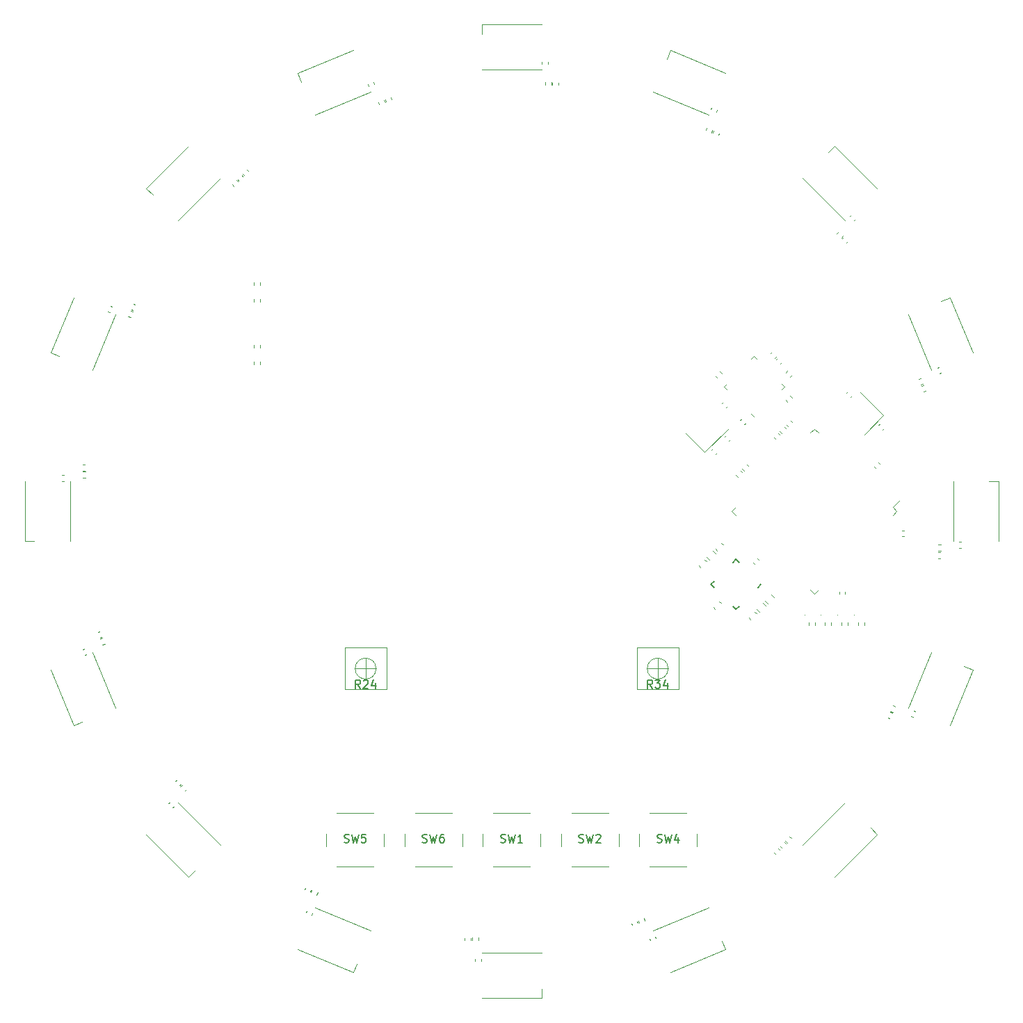
<source format=gbr>
%TF.GenerationSoftware,KiCad,Pcbnew,(6.0.5)*%
%TF.CreationDate,2023-02-26T15:47:36+09:00*%
%TF.ProjectId,mainboard,6d61696e-626f-4617-9264-2e6b69636164,rev?*%
%TF.SameCoordinates,Original*%
%TF.FileFunction,Legend,Top*%
%TF.FilePolarity,Positive*%
%FSLAX46Y46*%
G04 Gerber Fmt 4.6, Leading zero omitted, Abs format (unit mm)*
G04 Created by KiCad (PCBNEW (6.0.5)) date 2023-02-26 15:47:36*
%MOMM*%
%LPD*%
G01*
G04 APERTURE LIST*
%ADD10C,0.150000*%
%ADD11C,0.120000*%
%ADD12C,0.100000*%
G04 APERTURE END LIST*
D10*
%TO.C,R24*%
X133977142Y-123134380D02*
X133643809Y-122658190D01*
X133405714Y-123134380D02*
X133405714Y-122134380D01*
X133786666Y-122134380D01*
X133881904Y-122182000D01*
X133929523Y-122229619D01*
X133977142Y-122324857D01*
X133977142Y-122467714D01*
X133929523Y-122562952D01*
X133881904Y-122610571D01*
X133786666Y-122658190D01*
X133405714Y-122658190D01*
X134358095Y-122229619D02*
X134405714Y-122182000D01*
X134500952Y-122134380D01*
X134739047Y-122134380D01*
X134834285Y-122182000D01*
X134881904Y-122229619D01*
X134929523Y-122324857D01*
X134929523Y-122420095D01*
X134881904Y-122562952D01*
X134310476Y-123134380D01*
X134929523Y-123134380D01*
X135786666Y-122467714D02*
X135786666Y-123134380D01*
X135548571Y-122086761D02*
X135310476Y-122801047D01*
X135929523Y-122801047D01*
%TO.C,SW6*%
X141541666Y-141882761D02*
X141684523Y-141930380D01*
X141922619Y-141930380D01*
X142017857Y-141882761D01*
X142065476Y-141835142D01*
X142113095Y-141739904D01*
X142113095Y-141644666D01*
X142065476Y-141549428D01*
X142017857Y-141501809D01*
X141922619Y-141454190D01*
X141732142Y-141406571D01*
X141636904Y-141358952D01*
X141589285Y-141311333D01*
X141541666Y-141216095D01*
X141541666Y-141120857D01*
X141589285Y-141025619D01*
X141636904Y-140978000D01*
X141732142Y-140930380D01*
X141970238Y-140930380D01*
X142113095Y-140978000D01*
X142446428Y-140930380D02*
X142684523Y-141930380D01*
X142875000Y-141216095D01*
X143065476Y-141930380D01*
X143303571Y-140930380D01*
X144113095Y-140930380D02*
X143922619Y-140930380D01*
X143827380Y-140978000D01*
X143779761Y-141025619D01*
X143684523Y-141168476D01*
X143636904Y-141358952D01*
X143636904Y-141739904D01*
X143684523Y-141835142D01*
X143732142Y-141882761D01*
X143827380Y-141930380D01*
X144017857Y-141930380D01*
X144113095Y-141882761D01*
X144160714Y-141835142D01*
X144208333Y-141739904D01*
X144208333Y-141501809D01*
X144160714Y-141406571D01*
X144113095Y-141358952D01*
X144017857Y-141311333D01*
X143827380Y-141311333D01*
X143732142Y-141358952D01*
X143684523Y-141406571D01*
X143636904Y-141501809D01*
%TO.C,SW2*%
X160591666Y-141882761D02*
X160734523Y-141930380D01*
X160972619Y-141930380D01*
X161067857Y-141882761D01*
X161115476Y-141835142D01*
X161163095Y-141739904D01*
X161163095Y-141644666D01*
X161115476Y-141549428D01*
X161067857Y-141501809D01*
X160972619Y-141454190D01*
X160782142Y-141406571D01*
X160686904Y-141358952D01*
X160639285Y-141311333D01*
X160591666Y-141216095D01*
X160591666Y-141120857D01*
X160639285Y-141025619D01*
X160686904Y-140978000D01*
X160782142Y-140930380D01*
X161020238Y-140930380D01*
X161163095Y-140978000D01*
X161496428Y-140930380D02*
X161734523Y-141930380D01*
X161925000Y-141216095D01*
X162115476Y-141930380D01*
X162353571Y-140930380D01*
X162686904Y-141025619D02*
X162734523Y-140978000D01*
X162829761Y-140930380D01*
X163067857Y-140930380D01*
X163163095Y-140978000D01*
X163210714Y-141025619D01*
X163258333Y-141120857D01*
X163258333Y-141216095D01*
X163210714Y-141358952D01*
X162639285Y-141930380D01*
X163258333Y-141930380D01*
%TO.C,SW4*%
X170116666Y-141882761D02*
X170259523Y-141930380D01*
X170497619Y-141930380D01*
X170592857Y-141882761D01*
X170640476Y-141835142D01*
X170688095Y-141739904D01*
X170688095Y-141644666D01*
X170640476Y-141549428D01*
X170592857Y-141501809D01*
X170497619Y-141454190D01*
X170307142Y-141406571D01*
X170211904Y-141358952D01*
X170164285Y-141311333D01*
X170116666Y-141216095D01*
X170116666Y-141120857D01*
X170164285Y-141025619D01*
X170211904Y-140978000D01*
X170307142Y-140930380D01*
X170545238Y-140930380D01*
X170688095Y-140978000D01*
X171021428Y-140930380D02*
X171259523Y-141930380D01*
X171450000Y-141216095D01*
X171640476Y-141930380D01*
X171878571Y-140930380D01*
X172688095Y-141263714D02*
X172688095Y-141930380D01*
X172450000Y-140882761D02*
X172211904Y-141597047D01*
X172830952Y-141597047D01*
%TO.C,R34*%
X169537142Y-123134380D02*
X169203809Y-122658190D01*
X168965714Y-123134380D02*
X168965714Y-122134380D01*
X169346666Y-122134380D01*
X169441904Y-122182000D01*
X169489523Y-122229619D01*
X169537142Y-122324857D01*
X169537142Y-122467714D01*
X169489523Y-122562952D01*
X169441904Y-122610571D01*
X169346666Y-122658190D01*
X168965714Y-122658190D01*
X169870476Y-122134380D02*
X170489523Y-122134380D01*
X170156190Y-122515333D01*
X170299047Y-122515333D01*
X170394285Y-122562952D01*
X170441904Y-122610571D01*
X170489523Y-122705809D01*
X170489523Y-122943904D01*
X170441904Y-123039142D01*
X170394285Y-123086761D01*
X170299047Y-123134380D01*
X170013333Y-123134380D01*
X169918095Y-123086761D01*
X169870476Y-123039142D01*
X171346666Y-122467714D02*
X171346666Y-123134380D01*
X171108571Y-122086761D02*
X170870476Y-122801047D01*
X171489523Y-122801047D01*
%TO.C,SW5*%
X132016666Y-141882761D02*
X132159523Y-141930380D01*
X132397619Y-141930380D01*
X132492857Y-141882761D01*
X132540476Y-141835142D01*
X132588095Y-141739904D01*
X132588095Y-141644666D01*
X132540476Y-141549428D01*
X132492857Y-141501809D01*
X132397619Y-141454190D01*
X132207142Y-141406571D01*
X132111904Y-141358952D01*
X132064285Y-141311333D01*
X132016666Y-141216095D01*
X132016666Y-141120857D01*
X132064285Y-141025619D01*
X132111904Y-140978000D01*
X132207142Y-140930380D01*
X132445238Y-140930380D01*
X132588095Y-140978000D01*
X132921428Y-140930380D02*
X133159523Y-141930380D01*
X133350000Y-141216095D01*
X133540476Y-141930380D01*
X133778571Y-140930380D01*
X134635714Y-140930380D02*
X134159523Y-140930380D01*
X134111904Y-141406571D01*
X134159523Y-141358952D01*
X134254761Y-141311333D01*
X134492857Y-141311333D01*
X134588095Y-141358952D01*
X134635714Y-141406571D01*
X134683333Y-141501809D01*
X134683333Y-141739904D01*
X134635714Y-141835142D01*
X134588095Y-141882761D01*
X134492857Y-141930380D01*
X134254761Y-141930380D01*
X134159523Y-141882761D01*
X134111904Y-141835142D01*
%TO.C,SW1*%
X151066666Y-141882761D02*
X151209523Y-141930380D01*
X151447619Y-141930380D01*
X151542857Y-141882761D01*
X151590476Y-141835142D01*
X151638095Y-141739904D01*
X151638095Y-141644666D01*
X151590476Y-141549428D01*
X151542857Y-141501809D01*
X151447619Y-141454190D01*
X151257142Y-141406571D01*
X151161904Y-141358952D01*
X151114285Y-141311333D01*
X151066666Y-141216095D01*
X151066666Y-141120857D01*
X151114285Y-141025619D01*
X151161904Y-140978000D01*
X151257142Y-140930380D01*
X151495238Y-140930380D01*
X151638095Y-140978000D01*
X151971428Y-140930380D02*
X152209523Y-141930380D01*
X152400000Y-141216095D01*
X152590476Y-141930380D01*
X152828571Y-140930380D01*
X153733333Y-141930380D02*
X153161904Y-141930380D01*
X153447619Y-141930380D02*
X153447619Y-140930380D01*
X153352380Y-141073238D01*
X153257142Y-141168476D01*
X153161904Y-141216095D01*
D11*
%TO.C,C21*%
X157374000Y-49637836D02*
X157374000Y-49422164D01*
X158094000Y-49637836D02*
X158094000Y-49422164D01*
%TO.C,Y2*%
X173568060Y-92068487D02*
X175901513Y-94401940D01*
X175901513Y-94401940D02*
X178729940Y-91573513D01*
%TO.C,R29*%
X121792000Y-81687641D02*
X121792000Y-81380359D01*
X121032000Y-81687641D02*
X121032000Y-81380359D01*
%TO.C,D11*%
X196887623Y-62274256D02*
X191725744Y-57112377D01*
X191725744Y-57112377D02*
X190912571Y-57925549D01*
X192998536Y-66163343D02*
X187836657Y-61001464D01*
D10*
%TO.C,U20*%
X182745559Y-110490000D02*
X182374328Y-110861231D01*
X179705000Y-113530559D02*
X180076231Y-113159328D01*
X179705000Y-107449441D02*
X179333769Y-107820672D01*
X179705000Y-107449441D02*
X180076231Y-107820672D01*
X176664441Y-110490000D02*
X177035672Y-110861231D01*
X179705000Y-113530559D02*
X179333769Y-113159328D01*
X176664441Y-110490000D02*
X177035672Y-110118769D01*
D11*
%TO.C,C26*%
X198503313Y-126080436D02*
X198702568Y-126162970D01*
X198227780Y-126745630D02*
X198427035Y-126828164D01*
%TO.C,D17*%
X211665000Y-105250000D02*
X211665000Y-97950000D01*
X206165000Y-105250000D02*
X206165000Y-97950000D01*
X211665000Y-97950000D02*
X210515000Y-97950000D01*
%TO.C,C20*%
X180209880Y-90511509D02*
X180362383Y-90359006D01*
X180718997Y-91020626D02*
X180871500Y-90868123D01*
%TO.C,C39*%
X100353574Y-118369832D02*
X100154319Y-118452366D01*
X100629107Y-119035026D02*
X100429852Y-119117560D01*
%TO.C,D12*%
X178451894Y-154956926D02*
X178011808Y-153894465D01*
X169602814Y-152669178D02*
X176347135Y-149875589D01*
X171707573Y-157750515D02*
X178451894Y-154956926D01*
%TO.C,C15*%
X102489753Y-116889683D02*
X102290498Y-116972217D01*
X102214220Y-116224489D02*
X102014965Y-116307023D01*
%TO.C,C25*%
X204362164Y-106574000D02*
X204577836Y-106574000D01*
X204362164Y-107294000D02*
X204577836Y-107294000D01*
%TO.C,R19*%
X186236020Y-141184799D02*
X186453301Y-141402080D01*
X185698619Y-141722200D02*
X185915900Y-141939481D01*
%TO.C,U10*%
X185252902Y-86057804D02*
X185588777Y-86393680D01*
X182233556Y-83038458D02*
X181897680Y-82702583D01*
X185588777Y-86393680D02*
X185252902Y-86729556D01*
X178206583Y-86393680D02*
X178542458Y-86057804D01*
X181897680Y-82702583D02*
X181561804Y-83038458D01*
X181561804Y-89748902D02*
X181897680Y-90084777D01*
X178542458Y-86729556D02*
X178206583Y-86393680D01*
%TO.C,C16*%
X100437836Y-96626000D02*
X100222164Y-96626000D01*
X100437836Y-95906000D02*
X100222164Y-95906000D01*
%TO.C,R24*%
X133350000Y-120745000D02*
X135890000Y-120745000D01*
X134620000Y-119475000D02*
X134620000Y-122015000D01*
X134620000Y-120745000D02*
X134620000Y-119475000D01*
X132080000Y-118205000D02*
X137160000Y-118205000D01*
X137160000Y-118205000D02*
X137160000Y-123285000D01*
X137160000Y-123285000D02*
X132080000Y-123285000D01*
X132080000Y-123285000D02*
X132080000Y-118205000D01*
X135890000Y-120745000D02*
G75*
G03*
X135890000Y-120745000I-1270000J0D01*
G01*
%TO.C,C4*%
X186512810Y-90753693D02*
X186360307Y-90601190D01*
X186003693Y-91262810D02*
X185851190Y-91110307D01*
%TO.C,C28*%
X167024489Y-151785780D02*
X167107023Y-151985035D01*
X167689683Y-151510247D02*
X167772217Y-151709502D01*
%TO.C,SW6*%
X139375000Y-140855000D02*
X139375000Y-142355000D01*
X145125000Y-138355000D02*
X140625000Y-138355000D01*
X140625000Y-144855000D02*
X145125000Y-144855000D01*
X146375000Y-142355000D02*
X146375000Y-140855000D01*
%TO.C,D7*%
X111801464Y-137036657D02*
X116963343Y-142198536D01*
X113074256Y-146087623D02*
X113887429Y-145274451D01*
X107912377Y-140925744D02*
X113074256Y-146087623D01*
%TO.C,C46*%
X206902164Y-105304000D02*
X207117836Y-105304000D01*
X206902164Y-106024000D02*
X207117836Y-106024000D01*
%TO.C,R11*%
X118563980Y-62015201D02*
X118346699Y-61797920D01*
X119101381Y-61477800D02*
X118884100Y-61260519D01*
%TO.C,C40*%
X193557973Y-65680274D02*
X193710476Y-65527771D01*
X194067090Y-66189391D02*
X194219593Y-66036888D01*
%TO.C,C48*%
X119836693Y-60655810D02*
X119684190Y-60503307D01*
X120345810Y-60146693D02*
X120193307Y-59994190D01*
%TO.C,C18*%
X119683467Y-60830935D02*
X119530964Y-60678432D01*
X119174350Y-61340052D02*
X119021847Y-61187549D01*
%TO.C,R30*%
X193293000Y-115469641D02*
X193293000Y-115162359D01*
X192533000Y-115469641D02*
X192533000Y-115162359D01*
D12*
%TO.C,D4*%
X194106000Y-114226000D02*
G75*
G03*
X194106000Y-114226000I-50000J0D01*
G01*
D11*
%TO.C,R14*%
X176023101Y-55191147D02*
X176140693Y-54907256D01*
X176725249Y-55481986D02*
X176842841Y-55198095D01*
%TO.C,R1*%
X181008060Y-95888659D02*
X181225341Y-96105940D01*
X180470659Y-96426060D02*
X180687940Y-96643341D01*
%TO.C,C42*%
X97897836Y-97176000D02*
X97682164Y-97176000D01*
X97897836Y-97896000D02*
X97682164Y-97896000D01*
%TO.C,D19*%
X107912377Y-62274256D02*
X108725549Y-63087429D01*
X116963343Y-61001464D02*
X111801464Y-66163343D01*
X113074256Y-57112377D02*
X107912377Y-62274256D01*
%TO.C,C8*%
X193019000Y-111613836D02*
X193019000Y-111398164D01*
X192299000Y-111613836D02*
X192299000Y-111398164D01*
%TO.C,C22*%
X177545630Y-55772220D02*
X177628164Y-55572965D01*
X176880436Y-55496687D02*
X176962970Y-55297432D01*
%TO.C,R31*%
X121792000Y-75792359D02*
X121792000Y-76099641D01*
X121032000Y-75792359D02*
X121032000Y-76099641D01*
%TO.C,C10*%
X178997110Y-92839350D02*
X178844607Y-92991853D01*
X178487993Y-92330233D02*
X178335490Y-92482736D01*
%TO.C,R13*%
X156465000Y-49683641D02*
X156465000Y-49376359D01*
X157225000Y-49683641D02*
X157225000Y-49376359D01*
%TO.C,R10*%
X105991147Y-77976899D02*
X105707256Y-77859307D01*
X106281986Y-77274751D02*
X105998095Y-77157159D01*
%TO.C,R22*%
X185751349Y-88055876D02*
X185968630Y-88273157D01*
X186288750Y-87518475D02*
X186506031Y-87735756D01*
%TO.C,C31*%
X177934219Y-105457970D02*
X178133030Y-105656781D01*
X177212970Y-106179219D02*
X177411781Y-106378030D01*
%TO.C,C9*%
X177208362Y-94628098D02*
X177360865Y-94475595D01*
X176699245Y-94118981D02*
X176851748Y-93966478D01*
%TO.C,C34*%
X110732910Y-137010609D02*
X110580407Y-137163112D01*
X111242027Y-137519726D02*
X111089524Y-137672229D01*
%TO.C,R8*%
X102589091Y-117009812D02*
X102305200Y-117127404D01*
X102879930Y-117711960D02*
X102596039Y-117829552D01*
%TO.C,R20*%
X168511960Y-151120070D02*
X168629552Y-151403961D01*
X167809812Y-151410909D02*
X167927404Y-151694800D01*
%TO.C,C17*%
X106296687Y-77119564D02*
X106097432Y-77037030D01*
X106572220Y-76454370D02*
X106372965Y-76371836D01*
%TO.C,R18*%
X198808853Y-125223101D02*
X199092744Y-125340693D01*
X198518014Y-125925249D02*
X198801905Y-126042841D01*
%TO.C,D9*%
X187836657Y-142198536D02*
X192998536Y-137036657D01*
X196887623Y-140925744D02*
X196074451Y-140112571D01*
X191725744Y-146087623D02*
X196887623Y-140925744D01*
%TO.C,Y1*%
X197652940Y-89909487D02*
X194824513Y-87081060D01*
X195319487Y-92242940D02*
X197652940Y-89909487D01*
%TO.C,R5*%
X147575000Y-153516359D02*
X147575000Y-153823641D01*
X148335000Y-153516359D02*
X148335000Y-153823641D01*
%TO.C,C30*%
X176958970Y-113291219D02*
X177157781Y-113490030D01*
X177680219Y-112569970D02*
X177879030Y-112768781D01*
%TO.C,SW2*%
X165425000Y-142355000D02*
X165425000Y-140855000D01*
X164175000Y-138355000D02*
X159675000Y-138355000D01*
X159675000Y-144855000D02*
X164175000Y-144855000D01*
X158425000Y-140855000D02*
X158425000Y-142355000D01*
%TO.C,D22*%
X126348106Y-48243074D02*
X126788192Y-49305535D01*
X133092427Y-45449485D02*
X126348106Y-48243074D01*
X135197186Y-50530822D02*
X128452865Y-53324411D01*
%TO.C,C6*%
X197028307Y-95681190D02*
X197180810Y-95833693D01*
X196519190Y-96190307D02*
X196671693Y-96342810D01*
%TO.C,R12*%
X136288040Y-52079930D02*
X136170448Y-51796039D01*
X136990188Y-51789091D02*
X136872596Y-51505200D01*
%TO.C,C36*%
X181998219Y-113839970D02*
X182197030Y-114038781D01*
X181276970Y-114561219D02*
X181475781Y-114760030D01*
%TO.C,U1*%
X179669916Y-101105025D02*
X179174942Y-101600000D01*
X179174942Y-101600000D02*
X179669916Y-102094975D01*
X189230000Y-91544942D02*
X189724975Y-92039916D01*
X189724975Y-111160084D02*
X189230000Y-111655058D01*
X189230000Y-111655058D02*
X188735025Y-111160084D01*
X188735025Y-92039916D02*
X189230000Y-91544942D01*
X198790084Y-102094975D02*
X199285058Y-101600000D01*
X198790084Y-101105025D02*
X199702251Y-100192858D01*
X199285058Y-101600000D02*
X198790084Y-101105025D01*
%TO.C,R7*%
X112277800Y-134898619D02*
X112060519Y-135115900D01*
X112815201Y-135436020D02*
X112597920Y-135653301D01*
D12*
%TO.C,D2*%
X190042000Y-114226000D02*
G75*
G03*
X190042000Y-114226000I-50000J0D01*
G01*
D11*
%TO.C,C27*%
X185625650Y-141859948D02*
X185778153Y-142012451D01*
X185116533Y-142369065D02*
X185269036Y-142521568D01*
%TO.C,C35*%
X175379781Y-108410030D02*
X175180970Y-108211219D01*
X176101030Y-107688781D02*
X175902219Y-107489970D01*
%TO.C,C37*%
X177344319Y-52939558D02*
X177426853Y-52740303D01*
X176679125Y-52664025D02*
X176761659Y-52464770D01*
%TO.C,C29*%
X184581190Y-83133693D02*
X184733693Y-82981190D01*
X185090307Y-83642810D02*
X185242810Y-83490307D01*
%TO.C,C44*%
X147976000Y-156102164D02*
X147976000Y-156317836D01*
X148696000Y-156102164D02*
X148696000Y-156317836D01*
%TO.C,D15*%
X148750000Y-155365000D02*
X156050000Y-155365000D01*
X156050000Y-160865000D02*
X156050000Y-159715000D01*
X148750000Y-160865000D02*
X156050000Y-160865000D01*
%TO.C,R28*%
X121032000Y-74067641D02*
X121032000Y-73760359D01*
X121792000Y-74067641D02*
X121792000Y-73760359D01*
%TO.C,R23*%
X185751349Y-84687756D02*
X185968630Y-84470475D01*
X186288750Y-85225157D02*
X186506031Y-85007876D01*
%TO.C,C33*%
X201060442Y-126544319D02*
X201259697Y-126626853D01*
X201335975Y-125879125D02*
X201535230Y-125961659D01*
%TO.C,R33*%
X191261000Y-115469641D02*
X191261000Y-115162359D01*
X190501000Y-115469641D02*
X190501000Y-115162359D01*
%TO.C,C45*%
X103464025Y-77320875D02*
X103264770Y-77238341D01*
X103739558Y-76655681D02*
X103540303Y-76573147D01*
%TO.C,D6*%
X205756926Y-127651894D02*
X208550515Y-120907573D01*
X208550515Y-120907573D02*
X207488054Y-120467487D01*
X200675589Y-125547135D02*
X203469178Y-118802814D01*
%TO.C,R2*%
X179708659Y-97188060D02*
X179925940Y-97405341D01*
X180246060Y-96650659D02*
X180463341Y-96867940D01*
%TO.C,C47*%
X127455681Y-150260442D02*
X127373147Y-150459697D01*
X128120875Y-150535975D02*
X128038341Y-150735230D01*
%TO.C,C5*%
X184327190Y-92634307D02*
X184479693Y-92786810D01*
X184836307Y-92125190D02*
X184988810Y-92277693D01*
%TO.C,C24*%
X202585780Y-86975511D02*
X202785035Y-86892977D01*
X202310247Y-86310317D02*
X202509502Y-86227783D01*
%TO.C,D14*%
X208550515Y-82292427D02*
X205756926Y-75548106D01*
X205756926Y-75548106D02*
X204694465Y-75988192D01*
X203469178Y-84397186D02*
X200675589Y-77652865D01*
%TO.C,C3*%
X199945164Y-103907000D02*
X200160836Y-103907000D01*
X199945164Y-104627000D02*
X200160836Y-104627000D01*
%TO.C,C11*%
X178638810Y-88824307D02*
X178486307Y-88976810D01*
X178129693Y-88315190D02*
X177977190Y-88467693D01*
%TO.C,R25*%
X182215770Y-113485697D02*
X182551303Y-113821230D01*
X182954697Y-112746770D02*
X183290230Y-113082303D01*
%TO.C,D10*%
X96249485Y-120907573D02*
X99043074Y-127651894D01*
X101330822Y-118802814D02*
X104124411Y-125547135D01*
X99043074Y-127651894D02*
X100105535Y-127211808D01*
%TO.C,R4*%
X177221973Y-85114500D02*
X177439254Y-85331781D01*
X177759374Y-84577099D02*
X177976655Y-84794380D01*
%TO.C,D18*%
X126348106Y-154956926D02*
X133092427Y-157750515D01*
X128452865Y-149875589D02*
X135197186Y-152669178D01*
X133092427Y-157750515D02*
X133532513Y-156688054D01*
%TO.C,SW4*%
X174950000Y-142355000D02*
X174950000Y-140855000D01*
X173700000Y-138355000D02*
X169200000Y-138355000D01*
X169200000Y-144855000D02*
X173700000Y-144855000D01*
X167950000Y-140855000D02*
X167950000Y-142355000D01*
%TO.C,R26*%
X177194230Y-106732303D02*
X176858697Y-106396770D01*
X176455303Y-107471230D02*
X176119770Y-107135697D01*
%TO.C,R15*%
X191984799Y-67763980D02*
X192202080Y-67546699D01*
X192522200Y-68301381D02*
X192739481Y-68084100D01*
%TO.C,D13*%
X93135000Y-97950000D02*
X93135000Y-105250000D01*
X93135000Y-105250000D02*
X94285000Y-105250000D01*
X98635000Y-97950000D02*
X98635000Y-105250000D01*
%TO.C,R34*%
X170180000Y-120745000D02*
X170180000Y-119475000D01*
X168910000Y-120745000D02*
X171450000Y-120745000D01*
X170180000Y-119475000D02*
X170180000Y-122015000D01*
X167640000Y-118205000D02*
X172720000Y-118205000D01*
X172720000Y-118205000D02*
X172720000Y-123285000D01*
X172720000Y-123285000D02*
X167640000Y-123285000D01*
X167640000Y-123285000D02*
X167640000Y-118205000D01*
X171450000Y-120745000D02*
G75*
G03*
X171450000Y-120745000I-1270000J0D01*
G01*
D12*
%TO.C,D1*%
X192074000Y-114226000D02*
G75*
G03*
X192074000Y-114226000I-50000J0D01*
G01*
D11*
%TO.C,SW5*%
X131100000Y-144855000D02*
X135600000Y-144855000D01*
X135600000Y-138355000D02*
X131100000Y-138355000D01*
X136850000Y-142355000D02*
X136850000Y-140855000D01*
X129850000Y-140855000D02*
X129850000Y-142355000D01*
%TO.C,R32*%
X121792000Y-83412359D02*
X121792000Y-83719641D01*
X121032000Y-83412359D02*
X121032000Y-83719641D01*
%TO.C,D8*%
X171707573Y-45449485D02*
X171267487Y-46511946D01*
X178451894Y-48243074D02*
X171707573Y-45449485D01*
X176347135Y-53324411D02*
X169602814Y-50530822D01*
%TO.C,R36*%
X195325000Y-115469641D02*
X195325000Y-115162359D01*
X194565000Y-115469641D02*
X194565000Y-115162359D01*
%TO.C,D5*%
X156050000Y-47835000D02*
X148750000Y-47835000D01*
X156050000Y-42335000D02*
X148750000Y-42335000D01*
X148750000Y-42335000D02*
X148750000Y-43485000D01*
%TO.C,SW1*%
X154650000Y-138355000D02*
X150150000Y-138355000D01*
X155900000Y-142355000D02*
X155900000Y-140855000D01*
X150150000Y-144855000D02*
X154650000Y-144855000D01*
X148900000Y-140855000D02*
X148900000Y-142355000D01*
%TO.C,C49*%
X135630168Y-49553574D02*
X135547634Y-49354319D01*
X134964974Y-49829107D02*
X134882440Y-49629852D01*
%TO.C,C12*%
X147426000Y-153562164D02*
X147426000Y-153777836D01*
X146706000Y-153562164D02*
X146706000Y-153777836D01*
%TO.C,R3*%
X185259940Y-92071341D02*
X185042659Y-91854060D01*
X185797341Y-91533940D02*
X185580060Y-91316659D01*
%TO.C,C38*%
X184836307Y-142671190D02*
X184988810Y-142823693D01*
X184327190Y-143180307D02*
X184479693Y-143332810D01*
%TO.C,C13*%
X127919564Y-147703313D02*
X127837030Y-147902568D01*
X127254370Y-147427780D02*
X127171836Y-147627035D01*
%TO.C,C14*%
X112140052Y-134825650D02*
X111987549Y-134978153D01*
X111630935Y-134316533D02*
X111478432Y-134469036D01*
%TO.C,R16*%
X201920070Y-85488040D02*
X202203961Y-85370448D01*
X202210909Y-86190188D02*
X202494800Y-86072596D01*
%TO.C,R6*%
X128074751Y-147718014D02*
X127957159Y-148001905D01*
X128776899Y-148008853D02*
X128659307Y-148292744D01*
%TO.C,C32*%
X156824000Y-47097836D02*
X156824000Y-46882164D01*
X156104000Y-47097836D02*
X156104000Y-46882164D01*
%TO.C,R21*%
X184654341Y-82710060D02*
X184437060Y-82927341D01*
X184116940Y-82172659D02*
X183899659Y-82389940D01*
%TO.C,R27*%
X183231770Y-112469697D02*
X183567303Y-112805230D01*
X183970697Y-111730770D02*
X184306230Y-112066303D01*
%TO.C,C23*%
X193169065Y-68883467D02*
X193321568Y-68730964D01*
X192659948Y-68374350D02*
X192812451Y-68221847D01*
%TO.C,C2*%
X193786364Y-87505440D02*
X193633861Y-87657943D01*
X193277247Y-86996323D02*
X193124744Y-87148826D01*
%TO.C,D16*%
X96249485Y-82292427D02*
X97311946Y-82732513D01*
X99043074Y-75548106D02*
X96249485Y-82292427D01*
X104124411Y-77652865D02*
X101330822Y-84397186D01*
%TO.C,C7*%
X181939693Y-108026810D02*
X181787190Y-107874307D01*
X182448810Y-107517693D02*
X182296307Y-107365190D01*
%TO.C,R35*%
X189356000Y-115469641D02*
X189356000Y-115162359D01*
X188596000Y-115469641D02*
X188596000Y-115162359D01*
%TO.C,C43*%
X204472294Y-84819453D02*
X204671549Y-84736919D01*
X204196761Y-84154259D02*
X204396016Y-84071725D01*
%TO.C,C41*%
X169835026Y-153370893D02*
X169917560Y-153570148D01*
X169169832Y-153646426D02*
X169252366Y-153845681D01*
%TO.C,C19*%
X137110317Y-51689753D02*
X137027783Y-51490498D01*
X137775511Y-51414220D02*
X137692977Y-51214965D01*
D12*
%TO.C,D3*%
X188136000Y-114226000D02*
G75*
G03*
X188136000Y-114226000I-50000J0D01*
G01*
D11*
%TO.C,R9*%
X100483641Y-96775000D02*
X100176359Y-96775000D01*
X100483641Y-97535000D02*
X100176359Y-97535000D01*
%TO.C,C1*%
X197208761Y-90967435D02*
X197056258Y-91119938D01*
X197717878Y-91476552D02*
X197565375Y-91629055D01*
%TO.C,R17*%
X204316359Y-106425000D02*
X204623641Y-106425000D01*
X204316359Y-105665000D02*
X204623641Y-105665000D01*
%TD*%
M02*

</source>
